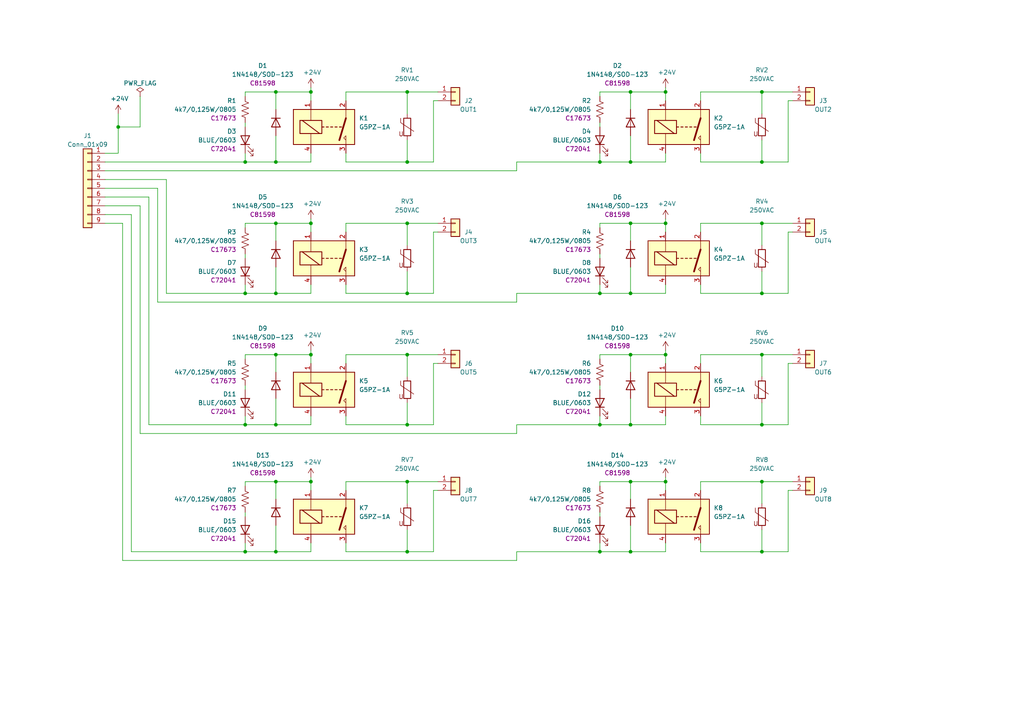
<source format=kicad_sch>
(kicad_sch (version 20230121) (generator eeschema)
  (paper "A4")
  (title_block (title "8x 24V Relay Module") (date "2023-05-20") (rev "V1"))
  (lib_symbols
    (symbol "Connector_Generic:Conn_01x02" (pin_names (offset 1.016) hide)
      (property "Reference" "J" (at 0 2.54 0))
      (property "Value" "Conn_01x02" (at 0 -5.08 0))
      (symbol "Conn_01x02_1_1"
        (rectangle (start -1.27 -2.413) (end 0 -2.667) (stroke (width 0.1524)))
        (rectangle (start -1.27 0.127) (end 0 -0.127) (stroke (width 0.1524)))
        (rectangle (start -1.27 1.27) (end 1.27 -3.81) (stroke (width 0.254)) (fill (type background)))
        (pin passive line (at -5.08 0 0) (length 3.81) (name "Pin_1") (number "1"))
        (pin passive line (at -5.08 -2.54 0) (length 3.81) (name "Pin_2") (number "2"))
      )
    )
    (symbol "Connector_Generic:Conn_01x09" (pin_names (offset 1.016) hide)
      (property "Reference" "J" (at 0 12.7 0))
      (property "Value" "Conn_01x09" (at 0 -12.7 0))
      (symbol "Conn_01x09_1_1"
        (rectangle (start -1.27 -10.033) (end 0 -10.287) (stroke (width 0.1524)))
        (rectangle (start -1.27 -7.493) (end 0 -7.747) (stroke (width 0.1524)))
        (rectangle (start -1.27 -4.953) (end 0 -5.207) (stroke (width 0.1524)))
        (rectangle (start -1.27 -2.413) (end 0 -2.667) (stroke (width 0.1524)))
        (rectangle (start -1.27 0.127) (end 0 -0.127) (stroke (width 0.1524)))
        (rectangle (start -1.27 2.667) (end 0 2.413) (stroke (width 0.1524)))
        (rectangle (start -1.27 5.207) (end 0 4.953) (stroke (width 0.1524)))
        (rectangle (start -1.27 7.747) (end 0 7.493) (stroke (width 0.1524)))
        (rectangle (start -1.27 10.287) (end 0 10.033) (stroke (width 0.1524)))
        (rectangle (start -1.27 11.43) (end 1.27 -11.43) (stroke (width 0.254)) (fill (type background)))
        (pin passive line (at -5.08 10.16 0) (length 3.81) (name "Pin_1") (number "1"))
        (pin passive line (at -5.08 7.62 0) (length 3.81) (name "Pin_2") (number "2"))
        (pin passive line (at -5.08 5.08 0) (length 3.81) (name "Pin_3") (number "3"))
        (pin passive line (at -5.08 2.54 0) (length 3.81) (name "Pin_4") (number "4"))
        (pin passive line (at -5.08 0 0) (length 3.81) (name "Pin_5") (number "5"))
        (pin passive line (at -5.08 -2.54 0) (length 3.81) (name "Pin_6") (number "6"))
        (pin passive line (at -5.08 -5.08 0) (length 3.81) (name "Pin_7") (number "7"))
        (pin passive line (at -5.08 -7.62 0) (length 3.81) (name "Pin_8") (number "8"))
        (pin passive line (at -5.08 -10.16 0) (length 3.81) (name "Pin_9") (number "9"))
      )
    )
    (symbol "Device:D" (pin_numbers hide) (pin_names (offset 1.016) hide)
      (property "Reference" "D" (at 0 2.54 0))
      (property "Value" "D" (at 0 -2.54 0))
      (symbol "D_0_1"
        (polyline (pts (xy -1.27 1.27) (xy -1.27 -1.27)) (stroke (width 0.254)))
        (polyline (pts (xy 1.27 0) (xy -1.27 0)))
        (polyline (pts (xy 1.27 1.27) (xy 1.27 -1.27) (xy -1.27 0) (xy 1.27 1.27)) (stroke (width 0.254)))
      )
      (symbol "D_1_1"
        (pin passive line (at -3.81 0 0) (length 2.54) (name "K") (number "1"))
        (pin passive line (at 3.81 0 180) (length 2.54) (name "A") (number "2"))
      )
    )
    (symbol "Device:LED" (pin_numbers hide) (pin_names (offset 1.016) hide)
      (property "Reference" "D" (at 0 2.54 0))
      (property "Value" "LED" (at 0 -2.54 0))
      (symbol "LED_0_1"
        (polyline (pts (xy -1.27 -1.27) (xy -1.27 1.27)) (stroke (width 0.254)))
        (polyline (pts (xy -1.27 0) (xy 1.27 0)))
        (polyline (pts (xy 1.27 -1.27) (xy 1.27 1.27) (xy -1.27 0) (xy 1.27 -1.27)) (stroke (width 0.254)))
        (polyline (pts (xy -3.048 -0.762) (xy -4.572 -2.286) (xy -3.81 -2.286) (xy -4.572 -2.286) (xy -4.572 -1.524)))
        (polyline (pts (xy -1.778 -0.762) (xy -3.302 -2.286) (xy -2.54 -2.286) (xy -3.302 -2.286) (xy -3.302 -1.524)))
      )
      (symbol "LED_1_1"
        (pin passive line (at -3.81 0 0) (length 2.54) (name "K") (number "1"))
        (pin passive line (at 3.81 0 180) (length 2.54) (name "A") (number "2"))
      )
    )
    (symbol "Device:R_US" (pin_numbers hide) (pin_names (offset 0))
      (property "Reference" "R" (at 2.54 0 90))
      (property "Value" "R_US" (at -2.54 0 90))
      (symbol "R_US_0_1"
        (polyline (pts (xy 0 -2.286) (xy 0 -2.54)))
        (polyline (pts (xy 0 2.286) (xy 0 2.54)))
        (polyline (pts (xy 0 -0.762) (xy 1.016 -1.143) (xy 0 -1.524) (xy -1.016 -1.905) (xy 0 -2.286)))
        (polyline (pts (xy 0 0.762) (xy 1.016 0.381) (xy 0 0) (xy -1.016 -0.381) (xy 0 -0.762)))
        (polyline (pts (xy 0 2.286) (xy 1.016 1.905) (xy 0 1.524) (xy -1.016 1.143) (xy 0 0.762)))
      )
      (symbol "R_US_1_1"
        (pin passive line (at 0 3.81 270) (length 1.27) (name "~") (number "1"))
        (pin passive line (at 0 -3.81 90) (length 1.27) (name "~") (number "2"))
      )
    )
    (symbol "Device:Varistor" (pin_numbers hide) (pin_names (offset 0))
      (property "Reference" "RV" (at 3.175 0 90))
      (property "Value" "Varistor" (at -3.175 0 90))
      (symbol "Varistor_0_0"
        (text "U" (at -1.778 -2.032 0) (effects (font (size 1.27 1.27))))
      )
      (symbol "Varistor_0_1"
        (rectangle (start -1.016 -2.54) (end 1.016 2.54) (stroke (width 0.254)))
        (polyline (pts (xy -1.905 2.54) (xy -1.905 1.27) (xy 1.905 -1.27)))
      )
      (symbol "Varistor_1_1"
        (pin passive line (at 0 3.81 270) (length 1.27) (name "~") (number "1"))
        (pin passive line (at 0 -3.81 90) (length 1.27) (name "~") (number "2"))
      )
    )
    (symbol "Tales:G5PZ-1A"
      (property "Reference" "K" (at 8.89 3.81 0))
      (property "Value" "G5PZ-1A" (at 8.89 1.27 0))
      (symbol "G5PZ-1A_0_0"
        (polyline (pts (xy 5.08 5.08) (xy 5.08 2.54) (xy 4.445 3.175) (xy 5.08 3.81)))
      )
      (symbol "G5PZ-1A_0_1"
        (rectangle (start -10.16 5.08) (end 7.62 -5.08) (stroke (width 0.254)) (fill (type background)))
        (rectangle (start -8.255 1.905) (end -1.905 -1.905) (stroke (width 0.254)))
        (polyline (pts (xy -7.62 -1.905) (xy -2.54 1.905)) (stroke (width 0.254)))
        (polyline (pts (xy -5.08 -5.08) (xy -5.08 -1.905)))
        (polyline (pts (xy -5.08 5.08) (xy -5.08 1.905)))
        (polyline (pts (xy -1.905 0) (xy -1.27 0)) (stroke (width 0.254)))
        (polyline (pts (xy -0.635 0) (xy 0 0)) (stroke (width 0.254)))
        (polyline (pts (xy 0.635 0) (xy 1.27 0)) (stroke (width 0.254)))
        (polyline (pts (xy 1.905 0) (xy 2.54 0)) (stroke (width 0.254)))
        (polyline (pts (xy 3.175 0) (xy 3.81 0)) (stroke (width 0.254)))
        (polyline (pts (xy 5.08 -2.54) (xy 3.175 3.81)) (stroke (width 0.508)))
        (polyline (pts (xy 5.08 -2.54) (xy 5.08 -5.08)))
      )
      (symbol "G5PZ-1A_1_1"
        (pin passive line (at -5.08 -7.62 90) (length 2.54) (name "~") (number "1"))
        (pin passive line (at 5.08 -7.62 90) (length 2.54) (name "~") (number "2"))
        (pin passive line (at 5.08 7.62 270) (length 2.54) (name "~") (number "3"))
        (pin passive line (at -5.08 7.62 270) (length 2.54) (name "~") (number "4"))
      )
    )
    (symbol "power:+24V" (power) (pin_names (offset 0))
      (property "Value" "+24V" (at 0 3.556 0))
      (symbol "+24V_0_1"
        (polyline (pts (xy -0.762 1.27) (xy 0 2.54)))
        (polyline (pts (xy 0 0) (xy 0 2.54)))
        (polyline (pts (xy 0 2.54) (xy 0.762 1.27)))
      )
      (symbol "+24V_1_1"
        (pin power_in line (at 0 0 90) (length 0) hide (name "+24V") (number "1"))
      )
    )
    (symbol "power:PWR_FLAG" (power) (pin_numbers hide) (pin_names (offset 0) hide)
      (property "Value" "PWR_FLAG" (at 0 3.81 0))
      (symbol "PWR_FLAG_0_0"
        (pin power_out line (at 0 0 90) (length 0) (name "pwr") (number "1"))
      )
      (symbol "PWR_FLAG_0_1"
        (polyline (pts (xy 0 0) (xy 0 1.27) (xy -1.016 1.905) (xy 0 2.54) (xy 1.016 1.905) (xy 0 1.27)))
      )
    )
  )
  (junction (at 220.98 102.87))
  (junction (at 182.88 160.02))
  (junction (at 193.04 102.87))
  (junction (at 118.11 139.7))
  (junction (at 71.12 85.09))
  (junction (at 193.04 26.67))
  (junction (at 182.88 123.19))
  (junction (at 90.17 102.87))
  (junction (at 118.11 160.02))
  (junction (at 118.11 64.77))
  (junction (at 182.88 46.99))
  (junction (at 220.98 123.19))
  (junction (at 220.98 46.99))
  (junction (at 220.98 64.77))
  (junction (at 71.12 160.02))
  (junction (at 173.99 160.02))
  (junction (at 182.88 64.77))
  (junction (at 80.01 85.09))
  (junction (at 173.99 123.19))
  (junction (at 90.17 64.77))
  (junction (at 80.01 123.19))
  (junction (at 80.01 64.77))
  (junction (at 118.11 46.99))
  (junction (at 71.12 123.19))
  (junction (at 80.01 26.67))
  (junction (at 80.01 139.7))
  (junction (at 220.98 139.7))
  (junction (at 90.17 139.7))
  (junction (at 90.17 26.67))
  (junction (at 220.98 85.09))
  (junction (at 80.01 160.02))
  (junction (at 220.98 160.02))
  (junction (at 182.88 139.7))
  (junction (at 118.11 102.87))
  (junction (at 220.98 26.67))
  (junction (at 173.99 46.99))
  (junction (at 193.04 139.7))
  (junction (at 173.99 85.09))
  (junction (at 182.88 85.09))
  (junction (at 80.01 102.87))
  (junction (at 193.04 64.77))
  (junction (at 118.11 85.09))
  (junction (at 118.11 26.67))
  (junction (at 80.01 46.99))
  (junction (at 182.88 102.87))
  (junction (at 182.88 26.67))
  (junction (at 118.11 123.19))
  (junction (at 34.29 36.83))
  (junction (at 71.12 46.99))
  (wire (pts (xy 125.73 142.24) (xy 125.73 160.02)))
  (wire (pts (xy 228.6 123.19) (xy 220.98 123.19)))
  (wire (pts (xy 71.12 46.99) (xy 80.01 46.99)))
  (wire (pts (xy 35.56 64.77) (xy 30.48 64.77)))
  (wire (pts (xy 71.12 139.7) (xy 71.12 140.97)))
  (wire (pts (xy 118.11 85.09) (xy 100.33 85.09)))
  (wire (pts (xy 125.73 160.02) (xy 118.11 160.02)))
  (wire (pts (xy 48.26 85.09) (xy 71.12 85.09)))
  (wire (pts (xy 90.17 63.5) (xy 90.17 64.77)))
  (wire (pts (xy 173.99 35.56) (xy 173.99 36.83)))
  (wire (pts (xy 118.11 109.22) (xy 118.11 102.87)))
  (wire (pts (xy 149.86 85.09) (xy 149.86 87.63)))
  (wire (pts (xy 90.17 82.55) (xy 90.17 85.09)))
  (wire (pts (xy 173.99 157.48) (xy 173.99 160.02)))
  (wire (pts (xy 71.12 82.55) (xy 71.12 85.09)))
  (wire (pts (xy 203.2 157.48) (xy 203.2 160.02)))
  (wire (pts (xy 125.73 29.21) (xy 125.73 46.99)))
  (wire (pts (xy 118.11 139.7) (xy 127 139.7)))
  (wire (pts (xy 220.98 123.19) (xy 203.2 123.19)))
  (wire (pts (xy 118.11 153.67) (xy 118.11 160.02)))
  (wire (pts (xy 193.04 138.43) (xy 193.04 139.7)))
  (wire (pts (xy 182.88 160.02) (xy 193.04 160.02)))
  (wire (pts (xy 182.88 77.47) (xy 182.88 85.09)))
  (wire (pts (xy 182.88 46.99) (xy 193.04 46.99)))
  (wire (pts (xy 203.2 64.77) (xy 203.2 67.31)))
  (wire (pts (xy 229.87 142.24) (xy 228.6 142.24)))
  (wire (pts (xy 182.88 115.57) (xy 182.88 123.19)))
  (wire (pts (xy 80.01 31.75) (xy 80.01 26.67)))
  (wire (pts (xy 149.86 46.99) (xy 149.86 49.53)))
  (wire (pts (xy 220.98 160.02) (xy 203.2 160.02)))
  (wire (pts (xy 193.04 44.45) (xy 193.04 46.99)))
  (wire (pts (xy 149.86 46.99) (xy 173.99 46.99)))
  (wire (pts (xy 34.29 36.83) (xy 34.29 33.02)))
  (wire (pts (xy 30.48 46.99) (xy 71.12 46.99)))
  (wire (pts (xy 173.99 64.77) (xy 173.99 66.04)))
  (wire (pts (xy 203.2 26.67) (xy 203.2 29.21)))
  (wire (pts (xy 173.99 120.65) (xy 173.99 123.19)))
  (wire (pts (xy 80.01 160.02) (xy 90.17 160.02)))
  (wire (pts (xy 220.98 109.22) (xy 220.98 102.87)))
  (wire (pts (xy 118.11 46.99) (xy 100.33 46.99)))
  (wire (pts (xy 40.64 125.73) (xy 40.64 59.69)))
  (wire (pts (xy 125.73 85.09) (xy 118.11 85.09)))
  (wire (pts (xy 193.04 25.4) (xy 193.04 26.67)))
  (wire (pts (xy 80.01 26.67) (xy 90.17 26.67)))
  (wire (pts (xy 182.88 144.78) (xy 182.88 139.7)))
  (wire (pts (xy 149.86 123.19) (xy 173.99 123.19)))
  (wire (pts (xy 90.17 139.7) (xy 90.17 142.24)))
  (wire (pts (xy 80.01 139.7) (xy 90.17 139.7)))
  (wire (pts (xy 48.26 85.09) (xy 48.26 52.07)))
  (wire (pts (xy 71.12 64.77) (xy 71.12 66.04)))
  (wire (pts (xy 80.01 144.78) (xy 80.01 139.7)))
  (wire (pts (xy 100.33 139.7) (xy 100.33 142.24)))
  (wire (pts (xy 220.98 71.12) (xy 220.98 64.77)))
  (wire (pts (xy 203.2 139.7) (xy 203.2 142.24)))
  (wire (pts (xy 193.04 120.65) (xy 193.04 123.19)))
  (wire (pts (xy 71.12 64.77) (xy 80.01 64.77)))
  (wire (pts (xy 173.99 123.19) (xy 182.88 123.19)))
  (wire (pts (xy 193.04 64.77) (xy 193.04 67.31)))
  (wire (pts (xy 118.11 26.67) (xy 127 26.67)))
  (wire (pts (xy 203.2 102.87) (xy 203.2 105.41)))
  (wire (pts (xy 173.99 85.09) (xy 182.88 85.09)))
  (wire (pts (xy 203.2 26.67) (xy 220.98 26.67)))
  (wire (pts (xy 220.98 116.84) (xy 220.98 123.19)))
  (wire (pts (xy 220.98 46.99) (xy 203.2 46.99)))
  (wire (pts (xy 220.98 40.64) (xy 220.98 46.99)))
  (wire (pts (xy 100.33 157.48) (xy 100.33 160.02)))
  (wire (pts (xy 90.17 44.45) (xy 90.17 46.99)))
  (wire (pts (xy 182.88 26.67) (xy 193.04 26.67)))
  (wire (pts (xy 127 105.41) (xy 125.73 105.41)))
  (wire (pts (xy 71.12 26.67) (xy 80.01 26.67)))
  (wire (pts (xy 173.99 26.67) (xy 173.99 27.94)))
  (wire (pts (xy 80.01 102.87) (xy 90.17 102.87)))
  (wire (pts (xy 220.98 139.7) (xy 229.87 139.7)))
  (wire (pts (xy 173.99 102.87) (xy 173.99 104.14)))
  (wire (pts (xy 182.88 31.75) (xy 182.88 26.67)))
  (wire (pts (xy 100.33 120.65) (xy 100.33 123.19)))
  (wire (pts (xy 40.64 125.73) (xy 149.86 125.73)))
  (wire (pts (xy 90.17 102.87) (xy 90.17 105.41)))
  (wire (pts (xy 45.72 87.63) (xy 149.86 87.63)))
  (wire (pts (xy 173.99 26.67) (xy 182.88 26.67)))
  (wire (pts (xy 118.11 102.87) (xy 127 102.87)))
  (wire (pts (xy 80.01 123.19) (xy 90.17 123.19)))
  (wire (pts (xy 71.12 26.67) (xy 71.12 27.94)))
  (wire (pts (xy 173.99 139.7) (xy 182.88 139.7)))
  (wire (pts (xy 90.17 157.48) (xy 90.17 160.02)))
  (wire (pts (xy 182.88 69.85) (xy 182.88 64.77)))
  (wire (pts (xy 149.86 85.09) (xy 173.99 85.09)))
  (wire (pts (xy 90.17 101.6) (xy 90.17 102.87)))
  (wire (pts (xy 182.88 64.77) (xy 193.04 64.77)))
  (wire (pts (xy 182.88 139.7) (xy 193.04 139.7)))
  (wire (pts (xy 71.12 123.19) (xy 80.01 123.19)))
  (wire (pts (xy 100.33 139.7) (xy 118.11 139.7)))
  (wire (pts (xy 100.33 64.77) (xy 118.11 64.77)))
  (wire (pts (xy 182.88 123.19) (xy 193.04 123.19)))
  (wire (pts (xy 118.11 116.84) (xy 118.11 123.19)))
  (wire (pts (xy 90.17 26.67) (xy 90.17 29.21)))
  (wire (pts (xy 48.26 52.07) (xy 30.48 52.07)))
  (wire (pts (xy 203.2 64.77) (xy 220.98 64.77)))
  (wire (pts (xy 30.48 49.53) (xy 149.86 49.53)))
  (wire (pts (xy 38.1 62.23) (xy 38.1 160.02)))
  (wire (pts (xy 118.11 123.19) (xy 100.33 123.19)))
  (wire (pts (xy 220.98 153.67) (xy 220.98 160.02)))
  (wire (pts (xy 71.12 35.56) (xy 71.12 36.83)))
  (wire (pts (xy 118.11 146.05) (xy 118.11 139.7)))
  (wire (pts (xy 193.04 82.55) (xy 193.04 85.09)))
  (wire (pts (xy 182.88 107.95) (xy 182.88 102.87)))
  (wire (pts (xy 71.12 102.87) (xy 71.12 104.14)))
  (wire (pts (xy 220.98 26.67) (xy 229.87 26.67)))
  (wire (pts (xy 71.12 120.65) (xy 71.12 123.19)))
  (wire (pts (xy 35.56 162.56) (xy 149.86 162.56)))
  (wire (pts (xy 118.11 71.12) (xy 118.11 64.77)))
  (wire (pts (xy 228.6 142.24) (xy 228.6 160.02)))
  (wire (pts (xy 100.33 64.77) (xy 100.33 67.31)))
  (wire (pts (xy 90.17 25.4) (xy 90.17 26.67)))
  (wire (pts (xy 173.99 64.77) (xy 182.88 64.77)))
  (wire (pts (xy 100.33 44.45) (xy 100.33 46.99)))
  (wire (pts (xy 118.11 33.02) (xy 118.11 26.67)))
  (wire (pts (xy 118.11 78.74) (xy 118.11 85.09)))
  (wire (pts (xy 193.04 63.5) (xy 193.04 64.77)))
  (wire (pts (xy 228.6 160.02) (xy 220.98 160.02)))
  (wire (pts (xy 228.6 46.99) (xy 220.98 46.99)))
  (wire (pts (xy 43.18 57.15) (xy 43.18 123.19)))
  (wire (pts (xy 118.11 40.64) (xy 118.11 46.99)))
  (wire (pts (xy 203.2 82.55) (xy 203.2 85.09)))
  (wire (pts (xy 228.6 29.21) (xy 228.6 46.99)))
  (wire (pts (xy 182.88 152.4) (xy 182.88 160.02)))
  (wire (pts (xy 173.99 160.02) (xy 182.88 160.02)))
  (wire (pts (xy 40.64 27.94) (xy 40.64 36.83)))
  (wire (pts (xy 80.01 152.4) (xy 80.01 160.02)))
  (wire (pts (xy 173.99 111.76) (xy 173.99 113.03)))
  (wire (pts (xy 80.01 64.77) (xy 90.17 64.77)))
  (wire (pts (xy 80.01 77.47) (xy 80.01 85.09)))
  (wire (pts (xy 127 29.21) (xy 125.73 29.21)))
  (wire (pts (xy 173.99 44.45) (xy 173.99 46.99)))
  (wire (pts (xy 80.01 69.85) (xy 80.01 64.77)))
  (wire (pts (xy 80.01 107.95) (xy 80.01 102.87)))
  (wire (pts (xy 203.2 139.7) (xy 220.98 139.7)))
  (wire (pts (xy 80.01 85.09) (xy 90.17 85.09)))
  (wire (pts (xy 30.48 44.45) (xy 34.29 44.45)))
  (wire (pts (xy 40.64 59.69) (xy 30.48 59.69)))
  (wire (pts (xy 182.88 39.37) (xy 182.88 46.99)))
  (wire (pts (xy 173.99 139.7) (xy 173.99 140.97)))
  (wire (pts (xy 149.86 160.02) (xy 173.99 160.02)))
  (wire (pts (xy 228.6 105.41) (xy 228.6 123.19)))
  (wire (pts (xy 228.6 85.09) (xy 220.98 85.09)))
  (wire (pts (xy 220.98 33.02) (xy 220.98 26.67)))
  (wire (pts (xy 182.88 102.87) (xy 193.04 102.87)))
  (wire (pts (xy 43.18 57.15) (xy 30.48 57.15)))
  (wire (pts (xy 118.11 160.02) (xy 100.33 160.02)))
  (wire (pts (xy 173.99 82.55) (xy 173.99 85.09)))
  (wire (pts (xy 38.1 160.02) (xy 71.12 160.02)))
  (wire (pts (xy 203.2 44.45) (xy 203.2 46.99)))
  (wire (pts (xy 149.86 160.02) (xy 149.86 162.56)))
  (wire (pts (xy 71.12 111.76) (xy 71.12 113.03)))
  (wire (pts (xy 228.6 67.31) (xy 228.6 85.09)))
  (wire (pts (xy 229.87 29.21) (xy 228.6 29.21)))
  (wire (pts (xy 45.72 54.61) (xy 30.48 54.61)))
  (wire (pts (xy 100.33 26.67) (xy 100.33 29.21)))
  (wire (pts (xy 127 142.24) (xy 125.73 142.24)))
  (wire (pts (xy 90.17 120.65) (xy 90.17 123.19)))
  (wire (pts (xy 40.64 36.83) (xy 34.29 36.83)))
  (wire (pts (xy 149.86 123.19) (xy 149.86 125.73)))
  (wire (pts (xy 71.12 160.02) (xy 80.01 160.02)))
  (wire (pts (xy 80.01 115.57) (xy 80.01 123.19)))
  (wire (pts (xy 203.2 120.65) (xy 203.2 123.19)))
  (wire (pts (xy 71.12 73.66) (xy 71.12 74.93)))
  (wire (pts (xy 182.88 85.09) (xy 193.04 85.09)))
  (wire (pts (xy 71.12 157.48) (xy 71.12 160.02)))
  (wire (pts (xy 220.98 146.05) (xy 220.98 139.7)))
  (wire (pts (xy 220.98 64.77) (xy 229.87 64.77)))
  (wire (pts (xy 80.01 46.99) (xy 90.17 46.99)))
  (wire (pts (xy 43.18 123.19) (xy 71.12 123.19)))
  (wire (pts (xy 193.04 26.67) (xy 193.04 29.21)))
  (wire (pts (xy 193.04 139.7) (xy 193.04 142.24)))
  (wire (pts (xy 71.12 85.09) (xy 80.01 85.09)))
  (wire (pts (xy 229.87 67.31) (xy 228.6 67.31)))
  (wire (pts (xy 173.99 148.59) (xy 173.99 149.86)))
  (wire (pts (xy 71.12 102.87) (xy 80.01 102.87)))
  (wire (pts (xy 173.99 46.99) (xy 182.88 46.99)))
  (wire (pts (xy 45.72 87.63) (xy 45.72 54.61)))
  (wire (pts (xy 220.98 85.09) (xy 203.2 85.09)))
  (wire (pts (xy 173.99 73.66) (xy 173.99 74.93)))
  (wire (pts (xy 90.17 64.77) (xy 90.17 67.31)))
  (wire (pts (xy 193.04 102.87) (xy 193.04 105.41)))
  (wire (pts (xy 203.2 102.87) (xy 220.98 102.87)))
  (wire (pts (xy 71.12 148.59) (xy 71.12 149.86)))
  (wire (pts (xy 100.33 26.67) (xy 118.11 26.67)))
  (wire (pts (xy 71.12 139.7) (xy 80.01 139.7)))
  (wire (pts (xy 100.33 102.87) (xy 100.33 105.41)))
  (wire (pts (xy 125.73 46.99) (xy 118.11 46.99)))
  (wire (pts (xy 220.98 102.87) (xy 229.87 102.87)))
  (wire (pts (xy 127 67.31) (xy 125.73 67.31)))
  (wire (pts (xy 193.04 157.48) (xy 193.04 160.02)))
  (wire (pts (xy 118.11 64.77) (xy 127 64.77)))
  (wire (pts (xy 125.73 67.31) (xy 125.73 85.09)))
  (wire (pts (xy 173.99 102.87) (xy 182.88 102.87)))
  (wire (pts (xy 193.04 101.6) (xy 193.04 102.87)))
  (wire (pts (xy 229.87 105.41) (xy 228.6 105.41)))
  (wire (pts (xy 125.73 123.19) (xy 118.11 123.19)))
  (wire (pts (xy 71.12 44.45) (xy 71.12 46.99)))
  (wire (pts (xy 80.01 39.37) (xy 80.01 46.99)))
  (wire (pts (xy 90.17 138.43) (xy 90.17 139.7)))
  (wire (pts (xy 100.33 102.87) (xy 118.11 102.87)))
  (wire (pts (xy 35.56 64.77) (xy 35.56 162.56)))
  (wire (pts (xy 220.98 78.74) (xy 220.98 85.09)))
  (wire (pts (xy 34.29 44.45) (xy 34.29 36.83)))
  (wire (pts (xy 38.1 62.23) (xy 30.48 62.23)))
  (wire (pts (xy 125.73 105.41) (xy 125.73 123.19)))
  (wire (pts (xy 100.33 82.55) (xy 100.33 85.09)))
  (symbol (lib_id "Device:LED") (at 71.12 153.67 90) (unit 1)
    (property "Reference" "D15" (at 68.58 151.13 90) (effects (justify left)))
    (property "Value" "BLUE/0603" (at 68.58 153.67 90) (effects (justify left)))
    (property "Footprint" "Tales:LED_0603_1608Metric" (effects hide))
    (property "Case" "0603" (effects hide))
    (property "Mfr" "Everlight" (effects hide))
    (property "Mfr PN" "19-217/BHC-ZL1M2RY/3T" (effects hide))
    (property "Vendor" "JLCPCB" (effects hide))
    (property "Vendor PN" "C72041" (effects hide))
    (property "LCSC Part #" "C72041" (at 68.58 156.21 90) (effects (justify left)))
    (property "JLCPCB BOM" "1" (effects hide))
  )
  (symbol (lib_id "power:+24V") (at 90.17 25.4 0) (unit 1)
    (property "Reference" "#PWR02" (effects hide))
    (property "Value" "+24V" (at 90.551 21.0058 0))
  )
  (symbol (lib_id "Device:Varistor") (at 118.11 113.03 0) (unit 1)
    (property "Reference" "RV5" (at 118.11 96.52 0))
    (property "Value" "250VAC" (at 118.11 99.06 0))
    (property "Footprint" "Tales:RV_Disc_D12mm_W3.9mm_P7.5mm" (effects hide))
    (property "Mfr" "Yageo" (effects hide))
    (property "Mfr PN" "391KD10" (effects hide))
    (property "Technology" "MOV" (effects hide))
    (property "Vendor" "Mouser" (effects hide))
    (property "Vendor PN" "603-391KD10" (effects hide))
    (property "JLCPCB BOM" "0" (effects hide))
  )
  (symbol (lib_id "Device:LED") (at 173.99 78.74 90) (unit 1)
    (property "Reference" "D8" (at 171.45 76.2 90) (effects (justify left)))
    (property "Value" "BLUE/0603" (at 171.45 78.74 90) (effects (justify left)))
    (property "Footprint" "Tales:LED_0603_1608Metric" (effects hide))
    (property "Case" "0603" (effects hide))
    (property "Mfr" "Everlight" (effects hide))
    (property "Mfr PN" "19-217/BHC-ZL1M2RY/3T" (effects hide))
    (property "Vendor" "JLCPCB" (effects hide))
    (property "Vendor PN" "C72041" (effects hide))
    (property "LCSC Part #" "C72041" (at 171.45 81.28 90) (effects (justify left)))
    (property "JLCPCB BOM" "1" (effects hide))
  )
  (symbol (lib_id "Tales:G5PZ-1A") (at 95.25 149.86 0) (mirror x) (unit 1)
    (property "Reference" "K7" (at 104.14 147.32 0) (effects (justify left)))
    (property "Value" "G5PZ-1A" (at 104.14 149.86 0) (effects (justify left)))
    (property "Footprint" "Tales:Relay_SPST_Omron-G5PZ-1A" (effects hide))
    (property "Mfr" "Omron" (effects hide))
    (property "Mfr PN" "G5PZ-1A" (effects hide))
    (property "Vendor" "Mouser" (effects hide))
    (property "Vendor PN" "653-G5PZ-1ADC24" (effects hide))
    (property "JLCPCB BOM" "0" (effects hide))
  )
  (symbol (lib_id "Tales:G5PZ-1A") (at 95.25 74.93 0) (mirror x) (unit 1)
    (property "Reference" "K3" (at 104.14 72.39 0) (effects (justify left)))
    (property "Value" "G5PZ-1A" (at 104.14 74.93 0) (effects (justify left)))
    (property "Footprint" "Tales:Relay_SPST_Omron-G5PZ-1A" (effects hide))
    (property "Mfr" "Omron" (effects hide))
    (property "Mfr PN" "G5PZ-1A" (effects hide))
    (property "Vendor" "Mouser" (effects hide))
    (property "Vendor PN" "653-G5PZ-1ADC24" (effects hide))
    (property "JLCPCB BOM" "0" (effects hide))
  )
  (symbol (lib_id "Connector_Generic:Conn_01x02") (at 132.08 139.7 0) (unit 1)
    (property "Reference" "J8" (at 135.89 142.24 0))
    (property "Value" "OUT7" (at 135.89 144.78 0))
    (property "Footprint" "Tales:TerminalBlock_Phoenix_MKDS-3-2-5.08_1x02_P5.08mm_Horizontal" (effects hide))
    (property "Mfr" "Metaltex" (effects hide))
    (property "Mfr PN" "BR902V" (effects hide))
    (property "Vendor" "Eletropeças" (effects hide))
    (property "Vendor PN" "29273" (effects hide))
    (property "JLCPCB BOM" "0" (effects hide))
  )
  (symbol (lib_id "Device:R_US") (at 173.99 107.95 0) (unit 1)
    (property "Reference" "R6" (at 171.45 105.41 0) (effects (justify right)))
    (property "Value" "4k7/0,125W/0805" (at 171.45 107.95 0) (effects (justify right)))
    (property "Footprint" "Tales:R_0805_2012Metric" (effects hide))
    (property "Case" "0805/2012" (effects hide))
    (property "Mfr" "Uniroyal" (effects hide))
    (property "Vendor" "JLCPCB" (effects hide))
    (property "Mfr PN" "0805W8F4701T5E" (effects hide))
    (property "Vendor PN" "C17673" (effects hide))
    (property "LCSC Part #" "C17673" (at 171.45 110.49 0) (effects (justify right)))
    (property "JLCPCB BOM" "1" (effects hide))
  )
  (symbol (lib_id "Device:D") (at 80.01 35.56 270) (unit 1)
    (property "Reference" "D1" (at 76.2 19.05 90))
    (property "Value" "1N4148/SOD-123" (at 76.2 21.59 90))
    (property "Footprint" "Tales:D_SOD-123" (effects hide))
    (property "Vendor" "JLCPCB" (effects hide))
    (property "Case" "SOD-123" (effects hide))
    (property "Mfr" "Semtech" (effects hide))
    (property "Mfr PN" "1N4148W" (effects hide))
    (property "Vendor PN" "C81598" (effects hide))
    (property "LCSC Part #" "C81598" (at 76.2 24.13 90))
    (property "JLCPCB BOM" "1" (effects hide))
    (property "Sim.Device" "D" (effects hide))
    (property "Sim.Pins" "1=K 2=A" (effects hide))
  )
  (symbol (lib_id "power:+24V") (at 193.04 138.43 0) (unit 1)
    (property "Reference" "#PWR09" (effects hide))
    (property "Value" "+24V" (at 193.421 134.0358 0))
  )
  (symbol (lib_id "Device:D") (at 182.88 111.76 270) (unit 1)
    (property "Reference" "D10" (at 179.07 95.25 90))
    (property "Value" "1N4148/SOD-123" (at 179.07 97.79 90))
    (property "Footprint" "Tales:D_SOD-123" (effects hide))
    (property "Vendor" "JLCPCB" (effects hide))
    (property "Case" "SOD-123" (effects hide))
    (property "Mfr" "Semtech" (effects hide))
    (property "Mfr PN" "1N4148W" (effects hide))
    (property "Vendor PN" "C81598" (effects hide))
    (property "LCSC Part #" "C81598" (at 179.07 100.33 90))
    (property "JLCPCB BOM" "1" (effects hide))
    (property "Sim.Device" "D" (effects hide))
    (property "Sim.Pins" "1=K 2=A" (effects hide))
  )
  (symbol (lib_id "Device:R_US") (at 173.99 144.78 0) (unit 1)
    (property "Reference" "R8" (at 171.45 142.24 0) (effects (justify right)))
    (property "Value" "4k7/0,125W/0805" (at 171.45 144.78 0) (effects (justify right)))
    (property "Footprint" "Tales:R_0805_2012Metric" (effects hide))
    (property "Case" "0805/2012" (effects hide))
    (property "Mfr" "Uniroyal" (effects hide))
    (property "Vendor" "JLCPCB" (effects hide))
    (property "Mfr PN" "0805W8F4701T5E" (effects hide))
    (property "Vendor PN" "C17673" (effects hide))
    (property "LCSC Part #" "C17673" (at 171.45 147.32 0) (effects (justify right)))
    (property "JLCPCB BOM" "1" (effects hide))
  )
  (symbol (lib_id "power:+24V") (at 90.17 101.6 0) (unit 1)
    (property "Reference" "#PWR04" (effects hide))
    (property "Value" "+24V" (at 90.551 97.2058 0))
  )
  (symbol (lib_id "Device:LED") (at 71.12 116.84 90) (unit 1)
    (property "Reference" "D11" (at 68.58 114.3 90) (effects (justify left)))
    (property "Value" "BLUE/0603" (at 68.58 116.84 90) (effects (justify left)))
    (property "Footprint" "Tales:LED_0603_1608Metric" (effects hide))
    (property "Case" "0603" (effects hide))
    (property "Mfr" "Everlight" (effects hide))
    (property "Mfr PN" "19-217/BHC-ZL1M2RY/3T" (effects hide))
    (property "Vendor" "JLCPCB" (effects hide))
    (property "Vendor PN" "C72041" (effects hide))
    (property "LCSC Part #" "C72041" (at 68.58 119.38 90) (effects (justify left)))
    (property "JLCPCB BOM" "1" (effects hide))
  )
  (symbol (lib_id "Connector_Generic:Conn_01x02") (at 234.95 64.77 0) (unit 1)
    (property "Reference" "J5" (at 238.76 67.31 0))
    (property "Value" "OUT4" (at 238.76 69.85 0))
    (property "Footprint" "Tales:TerminalBlock_Phoenix_MKDS-3-2-5.08_1x02_P5.08mm_Horizontal" (effects hide))
    (property "Mfr" "Metaltex" (effects hide))
    (property "Mfr PN" "BR902V" (effects hide))
    (property "Vendor" "Eletropeças" (effects hide))
    (property "Vendor PN" "29273" (effects hide))
    (property "JLCPCB BOM" "0" (effects hide))
  )
  (symbol (lib_id "Device:R_US") (at 71.12 31.75 0) (unit 1)
    (property "Reference" "R1" (at 68.58 29.21 0) (effects (justify right)))
    (property "Value" "4k7/0,125W/0805" (at 68.58 31.75 0) (effects (justify right)))
    (property "Footprint" "Tales:R_0805_2012Metric" (effects hide))
    (property "Case" "0805/2012" (effects hide))
    (property "Mfr" "Uniroyal" (effects hide))
    (property "Vendor" "JLCPCB" (effects hide))
    (property "Mfr PN" "0805W8F4701T5E" (effects hide))
    (property "Vendor PN" "C17673" (effects hide))
    (property "LCSC Part #" "C17673" (at 68.58 34.29 0) (effects (justify right)))
    (property "JLCPCB BOM" "1" (effects hide))
  )
  (symbol (lib_id "power:+24V") (at 193.04 25.4 0) (unit 1)
    (property "Reference" "#PWR06" (effects hide))
    (property "Value" "+24V" (at 193.421 21.0058 0))
  )
  (symbol (lib_id "power:PWR_FLAG") (at 40.64 27.94 0) (unit 1)
    (property "Reference" "#FLG01" (effects hide))
    (property "Value" "PWR_FLAG" (at 40.64 24.13 0))
  )
  (symbol (lib_id "Device:R_US") (at 71.12 107.95 0) (unit 1)
    (property "Reference" "R5" (at 68.58 105.41 0) (effects (justify right)))
    (property "Value" "4k7/0,125W/0805" (at 68.58 107.95 0) (effects (justify right)))
    (property "Footprint" "Tales:R_0805_2012Metric" (effects hide))
    (property "Case" "0805/2012" (effects hide))
    (property "Mfr" "Uniroyal" (effects hide))
    (property "Vendor" "JLCPCB" (effects hide))
    (property "Mfr PN" "0805W8F4701T5E" (effects hide))
    (property "Vendor PN" "C17673" (effects hide))
    (property "LCSC Part #" "C17673" (at 68.58 110.49 0) (effects (justify right)))
    (property "JLCPCB BOM" "1" (effects hide))
  )
  (symbol (lib_id "Device:LED") (at 71.12 78.74 90) (unit 1)
    (property "Reference" "D7" (at 68.58 76.2 90) (effects (justify left)))
    (property "Value" "BLUE/0603" (at 68.58 78.74 90) (effects (justify left)))
    (property "Footprint" "Tales:LED_0603_1608Metric" (effects hide))
    (property "Case" "0603" (effects hide))
    (property "Mfr" "Everlight" (effects hide))
    (property "Mfr PN" "19-217/BHC-ZL1M2RY/3T" (effects hide))
    (property "Vendor" "JLCPCB" (effects hide))
    (property "Vendor PN" "C72041" (effects hide))
    (property "LCSC Part #" "C72041" (at 68.58 81.28 90) (effects (justify left)))
    (property "JLCPCB BOM" "1" (effects hide))
  )
  (symbol (lib_id "Device:R_US") (at 71.12 69.85 0) (unit 1)
    (property "Reference" "R3" (at 68.58 67.31 0) (effects (justify right)))
    (property "Value" "4k7/0,125W/0805" (at 68.58 69.85 0) (effects (justify right)))
    (property "Footprint" "Tales:R_0805_2012Metric" (effects hide))
    (property "Case" "0805/2012" (effects hide))
    (property "Mfr" "Uniroyal" (effects hide))
    (property "Vendor" "JLCPCB" (effects hide))
    (property "Mfr PN" "0805W8F4701T5E" (effects hide))
    (property "Vendor PN" "C17673" (effects hide))
    (property "LCSC Part #" "C17673" (at 68.58 72.39 0) (effects (justify right)))
    (property "JLCPCB BOM" "1" (effects hide))
  )
  (symbol (lib_id "Tales:G5PZ-1A") (at 198.12 74.93 0) (mirror x) (unit 1)
    (property "Reference" "K4" (at 207.01 72.39 0) (effects (justify left)))
    (property "Value" "G5PZ-1A" (at 207.01 74.93 0) (effects (justify left)))
    (property "Footprint" "Tales:Relay_SPST_Omron-G5PZ-1A" (effects hide))
    (property "Mfr" "Omron" (effects hide))
    (property "Mfr PN" "G5PZ-1A" (effects hide))
    (property "Vendor" "Mouser" (effects hide))
    (property "Vendor PN" "653-G5PZ-1ADC24" (effects hide))
    (property "JLCPCB BOM" "0" (effects hide))
  )
  (symbol (lib_id "Device:LED") (at 173.99 153.67 90) (unit 1)
    (property "Reference" "D16" (at 171.45 151.13 90) (effects (justify left)))
    (property "Value" "BLUE/0603" (at 171.45 153.67 90) (effects (justify left)))
    (property "Footprint" "Tales:LED_0603_1608Metric" (effects hide))
    (property "Case" "0603" (effects hide))
    (property "Mfr" "Everlight" (effects hide))
    (property "Mfr PN" "19-217/BHC-ZL1M2RY/3T" (effects hide))
    (property "Vendor" "JLCPCB" (effects hide))
    (property "Vendor PN" "C72041" (effects hide))
    (property "LCSC Part #" "C72041" (at 171.45 156.21 90) (effects (justify left)))
    (property "JLCPCB BOM" "1" (effects hide))
  )
  (symbol (lib_id "Connector_Generic:Conn_01x02") (at 234.95 26.67 0) (unit 1)
    (property "Reference" "J3" (at 238.76 29.21 0))
    (property "Value" "OUT2" (at 238.76 31.75 0))
    (property "Footprint" "Tales:TerminalBlock_Phoenix_MKDS-3-2-5.08_1x02_P5.08mm_Horizontal" (effects hide))
    (property "Mfr" "Metaltex" (effects hide))
    (property "Mfr PN" "BR902V" (effects hide))
    (property "Vendor" "Eletropeças" (effects hide))
    (property "Vendor PN" "29273" (effects hide))
    (property "JLCPCB BOM" "0" (effects hide))
  )
  (symbol (lib_id "Device:Varistor") (at 220.98 149.86 0) (unit 1)
    (property "Reference" "RV8" (at 220.98 133.35 0))
    (property "Value" "250VAC" (at 220.98 135.89 0))
    (property "Footprint" "Tales:RV_Disc_D12mm_W3.9mm_P7.5mm" (effects hide))
    (property "Mfr" "Yageo" (effects hide))
    (property "Mfr PN" "391KD10" (effects hide))
    (property "Technology" "MOV" (effects hide))
    (property "Vendor" "Mouser" (effects hide))
    (property "Vendor PN" "603-391KD10" (effects hide))
    (property "JLCPCB BOM" "0" (effects hide))
  )
  (symbol (lib_id "Tales:G5PZ-1A") (at 95.25 113.03 0) (mirror x) (unit 1)
    (property "Reference" "K5" (at 104.14 110.49 0) (effects (justify left)))
    (property "Value" "G5PZ-1A" (at 104.14 113.03 0) (effects (justify left)))
    (property "Footprint" "Tales:Relay_SPST_Omron-G5PZ-1A" (effects hide))
    (property "Mfr" "Omron" (effects hide))
    (property "Mfr PN" "G5PZ-1A" (effects hide))
    (property "Vendor" "Mouser" (effects hide))
    (property "Vendor PN" "653-G5PZ-1ADC24" (effects hide))
    (property "JLCPCB BOM" "0" (effects hide))
  )
  (symbol (lib_id "Tales:G5PZ-1A") (at 95.25 36.83 0) (mirror x) (unit 1)
    (property "Reference" "K1" (at 104.14 34.29 0) (effects (justify left)))
    (property "Value" "G5PZ-1A" (at 104.14 36.83 0) (effects (justify left)))
    (property "Footprint" "Tales:Relay_SPST_Omron-G5PZ-1A" (effects hide))
    (property "Mfr" "Omron" (effects hide))
    (property "Mfr PN" "G5PZ-1A" (effects hide))
    (property "Vendor" "Mouser" (effects hide))
    (property "Vendor PN" "653-G5PZ-1ADC24" (effects hide))
    (property "JLCPCB BOM" "0" (effects hide))
  )
  (symbol (lib_id "Device:D") (at 182.88 148.59 270) (unit 1)
    (property "Reference" "D14" (at 179.07 132.08 90))
    (property "Value" "1N4148/SOD-123" (at 179.07 134.62 90))
    (property "Footprint" "Tales:D_SOD-123" (effects hide))
    (property "Vendor" "JLCPCB" (effects hide))
    (property "Case" "SOD-123" (effects hide))
    (property "Mfr" "Semtech" (effects hide))
    (property "Mfr PN" "1N4148W" (effects hide))
    (property "Vendor PN" "C81598" (effects hide))
    (property "LCSC Part #" "C81598" (at 179.07 137.16 90))
    (property "JLCPCB BOM" "1" (effects hide))
    (property "Sim.Device" "D" (effects hide))
    (property "Sim.Pins" "1=K 2=A" (effects hide))
  )
  (symbol (lib_id "power:+24V") (at 193.04 63.5 0) (unit 1)
    (property "Reference" "#PWR07" (effects hide))
    (property "Value" "+24V" (at 193.421 59.1058 0))
  )
  (symbol (lib_id "Device:Varistor") (at 220.98 74.93 0) (unit 1)
    (property "Reference" "RV4" (at 220.98 58.42 0))
    (property "Value" "250VAC" (at 220.98 60.96 0))
    (property "Footprint" "Tales:RV_Disc_D12mm_W3.9mm_P7.5mm" (effects hide))
    (property "Mfr" "Yageo" (effects hide))
    (property "Mfr PN" "391KD10" (effects hide))
    (property "Technology" "MOV" (effects hide))
    (property "Vendor" "Mouser" (effects hide))
    (property "Vendor PN" "603-391KD10" (effects hide))
    (property "JLCPCB BOM" "0" (effects hide))
  )
  (symbol (lib_id "Device:R_US") (at 173.99 69.85 0) (unit 1)
    (property "Reference" "R4" (at 171.45 67.31 0) (effects (justify right)))
    (property "Value" "4k7/0,125W/0805" (at 171.45 69.85 0) (effects (justify right)))
    (property "Footprint" "Tales:R_0805_2012Metric" (effects hide))
    (property "Case" "0805/2012" (effects hide))
    (property "Mfr" "Uniroyal" (effects hide))
    (property "Vendor" "JLCPCB" (effects hide))
    (property "Mfr PN" "0805W8F4701T5E" (effects hide))
    (property "Vendor PN" "C17673" (effects hide))
    (property "LCSC Part #" "C17673" (at 171.45 72.39 0) (effects (justify right)))
    (property "JLCPCB BOM" "1" (effects hide))
  )
  (symbol (lib_id "Device:LED") (at 71.12 40.64 90) (unit 1)
    (property "Reference" "D3" (at 68.58 38.1 90) (effects (justify left)))
    (property "Value" "BLUE/0603" (at 68.58 40.64 90) (effects (justify left)))
    (property "Footprint" "Tales:LED_0603_1608Metric" (effects hide))
    (property "Case" "0603" (effects hide))
    (property "Mfr" "Everlight" (effects hide))
    (property "Mfr PN" "19-217/BHC-ZL1M2RY/3T" (effects hide))
    (property "Vendor" "JLCPCB" (effects hide))
    (property "Vendor PN" "C72041" (effects hide))
    (property "LCSC Part #" "C72041" (at 68.58 43.18 90) (effects (justify left)))
    (property "JLCPCB BOM" "1" (effects hide))
  )
  (symbol (lib_id "Device:Varistor") (at 220.98 36.83 0) (unit 1)
    (property "Reference" "RV2" (at 220.98 20.32 0))
    (property "Value" "250VAC" (at 220.98 22.86 0))
    (property "Footprint" "Tales:RV_Disc_D12mm_W3.9mm_P7.5mm" (effects hide))
    (property "Mfr" "Yageo" (effects hide))
    (property "Mfr PN" "391KD10" (effects hide))
    (property "Technology" "MOV" (effects hide))
    (property "Vendor" "Mouser" (effects hide))
    (property "Vendor PN" "603-391KD10" (effects hide))
    (property "JLCPCB BOM" "0" (effects hide))
  )
  (symbol (lib_id "Connector_Generic:Conn_01x02") (at 132.08 26.67 0) (unit 1)
    (property "Reference" "J2" (at 135.89 29.21 0))
    (property "Value" "OUT1" (at 135.89 31.75 0))
    (property "Footprint" "Tales:TerminalBlock_Phoenix_MKDS-3-2-5.08_1x02_P5.08mm_Horizontal" (effects hide))
    (property "Mfr" "Metaltex" (effects hide))
    (property "Mfr PN" "BR902V" (effects hide))
    (property "Vendor" "Eletropeças" (effects hide))
    (property "Vendor PN" "29273" (effects hide))
    (property "JLCPCB BOM" "0" (effects hide))
  )
  (symbol (lib_id "Connector_Generic:Conn_01x02") (at 132.08 64.77 0) (unit 1)
    (property "Reference" "J4" (at 135.89 67.31 0))
    (property "Value" "OUT3" (at 135.89 69.85 0))
    (property "Footprint" "Tales:TerminalBlock_Phoenix_MKDS-3-2-5.08_1x02_P5.08mm_Horizontal" (effects hide))
    (property "Mfr" "Metaltex" (effects hide))
    (property "Mfr PN" "BR902V" (effects hide))
    (property "Vendor" "Eletropeças" (effects hide))
    (property "Vendor PN" "29273" (effects hide))
    (property "JLCPCB BOM" "0" (effects hide))
  )
  (symbol (lib_id "Device:R_US") (at 71.12 144.78 0) (unit 1)
    (property "Reference" "R7" (at 68.58 142.24 0) (effects (justify right)))
    (property "Value" "4k7/0,125W/0805" (at 68.58 144.78 0) (effects (justify right)))
    (property "Footprint" "Tales:R_0805_2012Metric" (effects hide))
    (property "Case" "0805/2012" (effects hide))
    (property "Mfr" "Uniroyal" (effects hide))
    (property "Vendor" "JLCPCB" (effects hide))
    (property "Mfr PN" "0805W8F4701T5E" (effects hide))
    (property "Vendor PN" "C17673" (effects hide))
    (property "LCSC Part #" "C17673" (at 68.58 147.32 0) (effects (justify right)))
    (property "JLCPCB BOM" "1" (effects hide))
  )
  (symbol (lib_id "Device:R_US") (at 173.99 31.75 0) (unit 1)
    (property "Reference" "R2" (at 171.45 29.21 0) (effects (justify right)))
    (property "Value" "4k7/0,125W/0805" (at 171.45 31.75 0) (effects (justify right)))
    (property "Footprint" "Tales:R_0805_2012Metric" (effects hide))
    (property "Case" "0805/2012" (effects hide))
    (property "Mfr" "Uniroyal" (effects hide))
    (property "Vendor" "JLCPCB" (effects hide))
    (property "Mfr PN" "0805W8F4701T5E" (effects hide))
    (property "Vendor PN" "C17673" (effects hide))
    (property "LCSC Part #" "C17673" (at 171.45 34.29 0) (effects (justify right)))
    (property "JLCPCB BOM" "1" (effects hide))
  )
  (symbol (lib_id "power:+24V") (at 90.17 63.5 0) (unit 1)
    (property "Reference" "#PWR03" (effects hide))
    (property "Value" "+24V" (at 90.551 59.1058 0))
  )
  (symbol (lib_id "Connector_Generic:Conn_01x09") (at 25.4 54.61 0) (mirror y) (unit 1)
    (property "Reference" "J1" (at 25.4 39.37 0))
    (property "Value" "Conn_01x09" (at 25.4 41.91 0))
    (property "Footprint" "Tales:TerminalBlock_DG141V-2.54-9P_1x09_P2.54mm_Vertical" (effects hide))
    (property "JLCPCB BOM" "1" (effects hide))
    (property "LCSC Part #" "C2898751" (effects hide))
    (property "Mfr" "DIBO" (effects hide))
    (property "Mfr PN" "DB141V-2.54-9P" (effects hide))
    (property "Vendor" "JLCPCB" (effects hide))
    (property "Vendor PN" "C2898751" (effects hide))
  )
  (symbol (lib_id "power:+24V") (at 193.04 101.6 0) (unit 1)
    (property "Reference" "#PWR08" (effects hide))
    (property "Value" "+24V" (at 193.421 97.2058 0))
  )
  (symbol (lib_id "Connector_Generic:Conn_01x02") (at 234.95 139.7 0) (unit 1)
    (property "Reference" "J9" (at 238.76 142.24 0))
    (property "Value" "OUT8" (at 238.76 144.78 0))
    (property "Footprint" "Tales:TerminalBlock_Phoenix_MKDS-3-2-5.08_1x02_P5.08mm_Horizontal" (effects hide))
    (property "Mfr" "Metaltex" (effects hide))
    (property "Mfr PN" "BR902V" (effects hide))
    (property "Vendor" "Eletropeças" (effects hide))
    (property "Vendor PN" "29273" (effects hide))
    (property "JLCPCB BOM" "0" (effects hide))
  )
  (symbol (lib_id "Connector_Generic:Conn_01x02") (at 234.95 102.87 0) (unit 1)
    (property "Reference" "J7" (at 238.76 105.41 0))
    (property "Value" "OUT6" (at 238.76 107.95 0))
    (property "Footprint" "Tales:TerminalBlock_Phoenix_MKDS-3-2-5.08_1x02_P5.08mm_Horizontal" (effects hide))
    (property "Mfr" "Metaltex" (effects hide))
    (property "Mfr PN" "BR902V" (effects hide))
    (property "Vendor" "Eletropeças" (effects hide))
    (property "Vendor PN" "29273" (effects hide))
    (property "JLCPCB BOM" "0" (effects hide))
  )
  (symbol (lib_id "Device:LED") (at 173.99 116.84 90) (unit 1)
    (property "Reference" "D12" (at 171.45 114.3 90) (effects (justify left)))
    (property "Value" "BLUE/0603" (at 171.45 116.84 90) (effects (justify left)))
    (property "Footprint" "Tales:LED_0603_1608Metric" (effects hide))
    (property "Case" "0603" (effects hide))
    (property "Mfr" "Everlight" (effects hide))
    (property "Mfr PN" "19-217/BHC-ZL1M2RY/3T" (effects hide))
    (property "Vendor" "JLCPCB" (effects hide))
    (property "Vendor PN" "C72041" (effects hide))
    (property "LCSC Part #" "C72041" (at 171.45 119.38 90) (effects (justify left)))
    (property "JLCPCB BOM" "1" (effects hide))
  )
  (symbol (lib_id "Device:Varistor") (at 118.11 149.86 0) (unit 1)
    (property "Reference" "RV7" (at 118.11 133.35 0))
    (property "Value" "250VAC" (at 118.11 135.89 0))
    (property "Footprint" "Tales:RV_Disc_D12mm_W3.9mm_P7.5mm" (effects hide))
    (property "Mfr" "Yageo" (effects hide))
    (property "Mfr PN" "391KD10" (effects hide))
    (property "Technology" "MOV" (effects hide))
    (property "Vendor" "Mouser" (effects hide))
    (property "Vendor PN" "603-391KD10" (effects hide))
    (property "JLCPCB BOM" "0" (effects hide))
  )
  (symbol (lib_id "Device:D") (at 80.01 148.59 270) (unit 1)
    (property "Reference" "D13" (at 76.2 132.08 90))
    (property "Value" "1N4148/SOD-123" (at 76.2 134.62 90))
    (property "Footprint" "Tales:D_SOD-123" (effects hide))
    (property "Vendor" "JLCPCB" (effects hide))
    (property "Case" "SOD-123" (effects hide))
    (property "Mfr" "Semtech" (effects hide))
    (property "Mfr PN" "1N4148W" (effects hide))
    (property "Vendor PN" "C81598" (effects hide))
    (property "LCSC Part #" "C81598" (at 76.2 137.16 90))
    (property "JLCPCB BOM" "1" (effects hide))
    (property "Sim.Device" "D" (effects hide))
    (property "Sim.Pins" "1=K 2=A" (effects hide))
  )
  (symbol (lib_id "Device:D") (at 182.88 73.66 270) (unit 1)
    (property "Reference" "D6" (at 179.07 57.15 90))
    (property "Value" "1N4148/SOD-123" (at 179.07 59.69 90))
    (property "Footprint" "Tales:D_SOD-123" (effects hide))
    (property "Vendor" "JLCPCB" (effects hide))
    (property "Case" "SOD-123" (effects hide))
    (property "Mfr" "Semtech" (effects hide))
    (property "Mfr PN" "1N4148W" (effects hide))
    (property "Vendor PN" "C81598" (effects hide))
    (property "LCSC Part #" "C81598" (at 179.07 62.23 90))
    (property "JLCPCB BOM" "1" (effects hide))
    (property "Sim.Device" "D" (effects hide))
    (property "Sim.Pins" "1=K 2=A" (effects hide))
  )
  (symbol (lib_id "Tales:G5PZ-1A") (at 198.12 149.86 0) (mirror x) (unit 1)
    (property "Reference" "K8" (at 207.01 147.32 0) (effects (justify left)))
    (property "Value" "G5PZ-1A" (at 207.01 149.86 0) (effects (justify left)))
    (property "Footprint" "Tales:Relay_SPST_Omron-G5PZ-1A" (effects hide))
    (property "Mfr" "Omron" (effects hide))
    (property "Mfr PN" "G5PZ-1A" (effects hide))
    (property "Vendor" "Mouser" (effects hide))
    (property "Vendor PN" "653-G5PZ-1ADC24" (effects hide))
    (property "JLCPCB BOM" "0" (effects hide))
  )
  (symbol (lib_id "power:+24V") (at 34.29 33.02 0) (unit 1)
    (property "Reference" "#PWR01" (effects hide))
    (property "Value" "+24V" (at 34.671 28.6258 0))
  )
  (symbol (lib_id "Device:Varistor") (at 220.98 113.03 0) (unit 1)
    (property "Reference" "RV6" (at 220.98 96.52 0))
    (property "Value" "250VAC" (at 220.98 99.06 0))
    (property "Footprint" "Tales:RV_Disc_D12mm_W3.9mm_P7.5mm" (effects hide))
    (property "Mfr" "Yageo" (effects hide))
    (property "Mfr PN" "391KD10" (effects hide))
    (property "Technology" "MOV" (effects hide))
    (property "Vendor" "Mouser" (effects hide))
    (property "Vendor PN" "603-391KD10" (effects hide))
    (property "JLCPCB BOM" "0" (effects hide))
  )
  (symbol (lib_id "Connector_Generic:Conn_01x02") (at 132.08 102.87 0) (unit 1)
    (property "Reference" "J6" (at 135.89 105.41 0))
    (property "Value" "OUT5" (at 135.89 107.95 0))
    (property "Footprint" "Tales:TerminalBlock_Phoenix_MKDS-3-2-5.08_1x02_P5.08mm_Horizontal" (effects hide))
    (property "Mfr" "Metaltex" (effects hide))
    (property "Mfr PN" "BR902V" (effects hide))
    (property "Vendor" "Eletropeças" (effects hide))
    (property "Vendor PN" "29273" (effects hide))
    (property "JLCPCB BOM" "0" (effects hide))
  )
  (symbol (lib_id "power:+24V") (at 90.17 138.43 0) (unit 1)
    (property "Reference" "#PWR05" (effects hide))
    (property "Value" "+24V" (at 90.551 134.0358 0))
  )
  (symbol (lib_id "Device:D") (at 80.01 73.66 270) (unit 1)
    (property "Reference" "D5" (at 76.2 57.15 90))
    (property "Value" "1N4148/SOD-123" (at 76.2 59.69 90))
    (property "Footprint" "Tales:D_SOD-123" (effects hide))
    (property "Vendor" "JLCPCB" (effects hide))
    (property "Case" "SOD-123" (effects hide))
    (property "Mfr" "Semtech" (effects hide))
    (property "Mfr PN" "1N4148W" (effects hide))
    (property "Vendor PN" "C81598" (effects hide))
    (property "LCSC Part #" "C81598" (at 76.2 62.23 90))
    (property "JLCPCB BOM" "1" (effects hide))
    (property "Sim.Device" "D" (effects hide))
    (property "Sim.Pins" "1=K 2=A" (effects hide))
  )
  (symbol (lib_id "Device:LED") (at 173.99 40.64 90) (unit 1)
    (property "Reference" "D4" (at 171.45 38.1 90) (effects (justify left)))
    (property "Value" "BLUE/0603" (at 171.45 40.64 90) (effects (justify left)))
    (property "Footprint" "Tales:LED_0603_1608Metric" (effects hide))
    (property "Case" "0603" (effects hide))
    (property "Mfr" "Everlight" (effects hide))
    (property "Mfr PN" "19-217/BHC-ZL1M2RY/3T" (effects hide))
    (property "Vendor" "JLCPCB" (effects hide))
    (property "Vendor PN" "C72041" (effects hide))
    (property "LCSC Part #" "C72041" (at 171.45 43.18 90) (effects (justify left)))
    (property "JLCPCB BOM" "1" (effects hide))
  )
  (symbol (lib_id "Device:D") (at 182.88 35.56 270) (unit 1)
    (property "Reference" "D2" (at 179.07 19.05 90))
    (property "Value" "1N4148/SOD-123" (at 179.07 21.59 90))
    (property "Footprint" "Tales:D_SOD-123" (effects hide))
    (property "Vendor" "JLCPCB" (effects hide))
    (property "Case" "SOD-123" (effects hide))
    (property "Mfr" "Semtech" (effects hide))
    (property "Mfr PN" "1N4148W" (effects hide))
    (property "Vendor PN" "C81598" (effects hide))
    (property "LCSC Part #" "C81598" (at 179.07 24.13 90))
    (property "JLCPCB BOM" "1" (effects hide))
    (property "Sim.Device" "D" (effects hide))
    (property "Sim.Pins" "1=K 2=A" (effects hide))
  )
  (symbol (lib_id "Tales:G5PZ-1A") (at 198.12 113.03 0) (mirror x) (unit 1)
    (property "Reference" "K6" (at 207.01 110.49 0) (effects (justify left)))
    (property "Value" "G5PZ-1A" (at 207.01 113.03 0) (effects (justify left)))
    (property "Footprint" "Tales:Relay_SPST_Omron-G5PZ-1A" (effects hide))
    (property "Mfr" "Omron" (effects hide))
    (property "Mfr PN" "G5PZ-1A" (effects hide))
    (property "Vendor" "Mouser" (effects hide))
    (property "Vendor PN" "653-G5PZ-1ADC24" (effects hide))
    (property "JLCPCB BOM" "0" (effects hide))
  )
  (symbol (lib_id "Device:Varistor") (at 118.11 36.83 0) (unit 1)
    (property "Reference" "RV1" (at 118.11 20.32 0))
    (property "Value" "250VAC" (at 118.11 22.86 0))
    (property "Footprint" "Tales:RV_Disc_D12mm_W3.9mm_P7.5mm" (effects hide))
    (property "Mfr" "Yageo" (effects hide))
    (property "Mfr PN" "391KD10" (effects hide))
    (property "Technology" "MOV" (effects hide))
    (property "Vendor" "Mouser" (effects hide))
    (property "Vendor PN" "603-391KD10" (effects hide))
    (property "JLCPCB BOM" "0" (effects hide))
  )
  (symbol (lib_id "Device:Varistor") (at 118.11 74.93 0) (unit 1)
    (property "Reference" "RV3" (at 118.11 58.42 0))
    (property "Value" "250VAC" (at 118.11 60.96 0))
    (property "Footprint" "Tales:RV_Disc_D12mm_W3.9mm_P7.5mm" (effects hide))
    (property "Mfr" "Yageo" (effects hide))
    (property "Mfr PN" "391KD10" (effects hide))
    (property "Technology" "MOV" (effects hide))
    (property "Vendor" "Mouser" (effects hide))
    (property "Vendor PN" "603-391KD10" (effects hide))
    (property "JLCPCB BOM" "0" (effects hide))
  )
  (symbol (lib_id "Tales:G5PZ-1A") (at 198.12 36.83 0) (mirror x) (unit 1)
    (property "Reference" "K2" (at 207.01 34.29 0) (effects (justify left)))
    (property "Value" "G5PZ-1A" (at 207.01 36.83 0) (effects (justify left)))
    (property "Footprint" "Tales:Relay_SPST_Omron-G5PZ-1A" (effects hide))
    (property "Mfr" "Omron" (effects hide))
    (property "Mfr PN" "G5PZ-1A" (effects hide))
    (property "Vendor" "Mouser" (effects hide))
    (property "Vendor PN" "653-G5PZ-1ADC24" (effects hide))
    (property "JLCPCB BOM" "0" (effects hide))
  )
  (symbol (lib_id "Device:D") (at 80.01 111.76 270) (unit 1)
    (property "Reference" "D9" (at 76.2 95.25 90))
    (property "Value" "1N4148/SOD-123" (at 76.2 97.79 90))
    (property "Footprint" "Tales:D_SOD-123" (effects hide))
    (property "Vendor" "JLCPCB" (effects hide))
    (property "Case" "SOD-123" (effects hide))
    (property "Mfr" "Semtech" (effects hide))
    (property "Mfr PN" "1N4148W" (effects hide))
    (property "Vendor PN" "C81598" (effects hide))
    (property "LCSC Part #" "C81598" (at 76.2 100.33 90))
    (property "JLCPCB BOM" "1" (effects hide))
    (property "Sim.Device" "D" (effects hide))
    (property "Sim.Pins" "1=K 2=A" (effects hide))
  )
)
</source>
